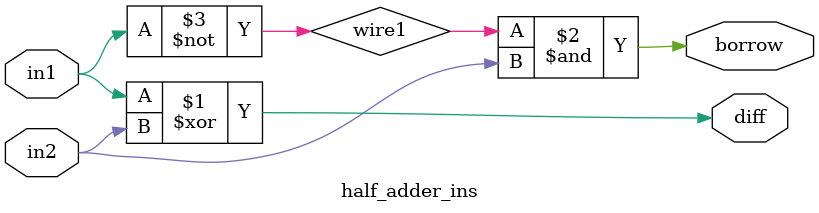
<source format=v>

module half_adder_ins(
    diff,borrow,in1,in2
);
input in1,in2;
output diff, borrow;
wire wire1;

xor n1(diff,in1,in2);
not n(wire1,in1); //differnce of half subtractor is given by xor of both the inputs
and n2(borrow,wire1,in2); // borrow of the half sub is given by and of complement of input 1 and input 2
endmodule
</source>
